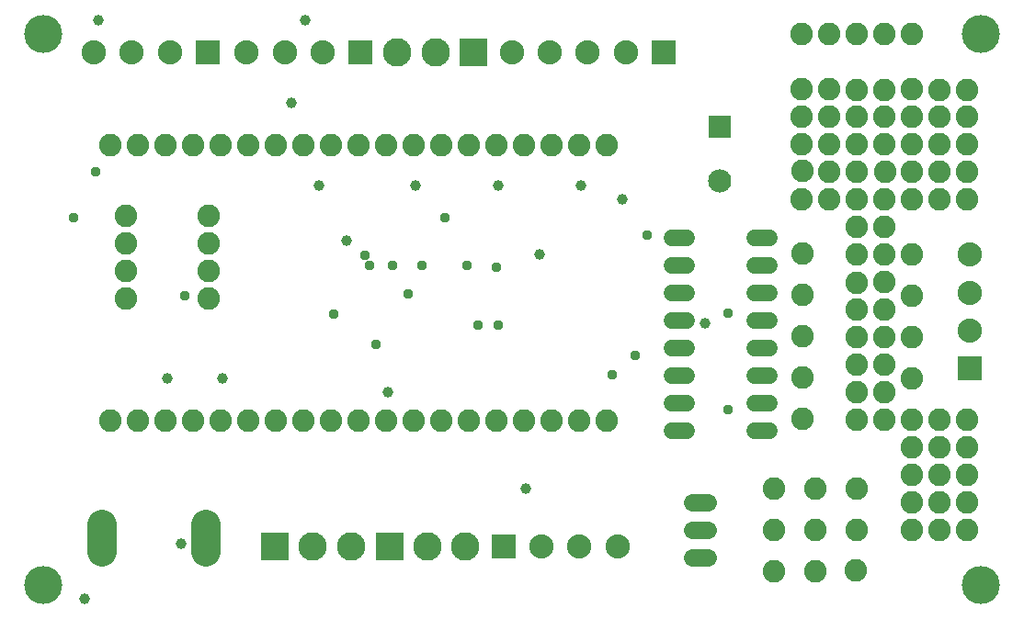
<source format=gbr>
G04 EAGLE Gerber RS-274X export*
G75*
%MOMM*%
%FSLAX34Y34*%
%LPD*%
%INSoldermask Bottom*%
%IPPOS*%
%AMOC8*
5,1,8,0,0,1.08239X$1,22.5*%
G01*
%ADD10C,2.082800*%
%ADD11R,2.235200X2.235200*%
%ADD12C,2.235200*%
%ADD13C,1.524000*%
%ADD14R,2.616200X2.616200*%
%ADD15C,2.616200*%
%ADD16C,3.505200*%
%ADD17C,1.625600*%
%ADD18C,2.133600*%
%ADD19R,2.133600X2.133600*%
%ADD20C,2.743200*%
%ADD21C,0.990600*%
%ADD22C,0.959600*%


D10*
X99732Y190076D03*
X125132Y190076D03*
X150532Y190076D03*
X175932Y190076D03*
X201332Y190076D03*
X226732Y190076D03*
X252132Y190076D03*
X277532Y190076D03*
X302932Y190076D03*
X328332Y190076D03*
X353732Y190076D03*
X379132Y190076D03*
X404532Y190076D03*
X429932Y190076D03*
X455332Y190076D03*
X480732Y190076D03*
X506132Y190076D03*
X531532Y190076D03*
X556932Y190076D03*
X556932Y444076D03*
X531532Y444076D03*
X506132Y444076D03*
X480732Y444076D03*
X455332Y444076D03*
X429932Y444076D03*
X404532Y444076D03*
X379132Y444076D03*
X353732Y444076D03*
X328332Y444076D03*
X302932Y444076D03*
X277532Y444076D03*
X252132Y444076D03*
X226732Y444076D03*
X201332Y444076D03*
X175932Y444076D03*
X150532Y444076D03*
X125132Y444076D03*
X99732Y444076D03*
D11*
X891240Y237740D03*
D12*
X891240Y272740D03*
X891240Y307740D03*
X891240Y342740D03*
D10*
X737514Y344132D03*
X787400Y444500D03*
X863600Y393700D03*
X812800Y444500D03*
X736600Y444500D03*
X787375Y316916D03*
X737222Y419862D03*
X737514Y229832D03*
X737514Y191732D03*
X737514Y306032D03*
X762000Y444500D03*
X838200Y419100D03*
X736600Y393700D03*
X889000Y419100D03*
X761543Y419291D03*
X863600Y469900D03*
X711200Y50800D03*
X711200Y88900D03*
X838200Y393700D03*
X838200Y444500D03*
X749300Y50800D03*
X749300Y88900D03*
X787184Y494957D03*
X812800Y342900D03*
X787400Y469900D03*
X889000Y393700D03*
X863740Y494221D03*
X838200Y469900D03*
X812800Y469900D03*
X838111Y495135D03*
X812825Y494957D03*
X863600Y444500D03*
X736600Y469900D03*
X762000Y469900D03*
X787400Y368300D03*
X787400Y342900D03*
X761721Y495643D03*
X813194Y418871D03*
X812800Y393700D03*
X812800Y368300D03*
X787400Y419100D03*
X889000Y469900D03*
X889000Y444500D03*
X736600Y495300D03*
X786587Y51422D03*
X787400Y88900D03*
X888848Y494944D03*
X863346Y419570D03*
X762000Y393700D03*
X787400Y393700D03*
X838200Y228600D03*
X838200Y266700D03*
X838200Y304800D03*
X838200Y342900D03*
D13*
X630506Y358071D02*
X617298Y358071D01*
X617298Y332671D02*
X630506Y332671D01*
X630506Y307271D02*
X617298Y307271D01*
X617298Y281871D02*
X630506Y281871D01*
X630506Y256471D02*
X617298Y256471D01*
X617298Y231071D02*
X630506Y231071D01*
X630506Y205671D02*
X617298Y205671D01*
X617298Y180271D02*
X630506Y180271D01*
X693498Y180271D02*
X706706Y180271D01*
X706706Y205671D02*
X693498Y205671D01*
X693498Y231071D02*
X706706Y231071D01*
X706706Y256471D02*
X693498Y256471D01*
X693498Y281871D02*
X706706Y281871D01*
X706706Y307271D02*
X693498Y307271D01*
X693498Y332671D02*
X706706Y332671D01*
X706706Y358071D02*
X693498Y358071D01*
D11*
X330397Y529231D03*
D12*
X295397Y529231D03*
X260397Y529231D03*
X225397Y529231D03*
D11*
X189537Y529231D03*
D12*
X154537Y529231D03*
X119537Y529231D03*
X84537Y529231D03*
D11*
X461707Y73381D03*
D12*
X496707Y73381D03*
X531707Y73381D03*
X566707Y73381D03*
D10*
X114300Y302260D03*
X190500Y302260D03*
X190500Y378460D03*
X114300Y378460D03*
X114300Y327660D03*
X190500Y327660D03*
X190500Y353060D03*
X114300Y353060D03*
X787400Y546100D03*
X736600Y546100D03*
X762000Y546100D03*
D14*
X434237Y529231D03*
D15*
X399237Y529231D03*
X364237Y529231D03*
D14*
X251307Y73381D03*
D15*
X286307Y73381D03*
X321307Y73381D03*
D11*
X609537Y529231D03*
D12*
X574537Y529231D03*
X539537Y529231D03*
X504537Y529231D03*
X469537Y529231D03*
D16*
X901700Y546100D03*
X38100Y546100D03*
X901700Y38100D03*
X38100Y38100D03*
D17*
X635508Y63500D02*
X649732Y63500D01*
X649732Y88900D02*
X635508Y88900D01*
X635508Y114300D02*
X649732Y114300D01*
D14*
X356707Y73381D03*
D15*
X391707Y73381D03*
X426707Y73381D03*
D18*
X660838Y410571D03*
D19*
X660838Y460571D03*
D10*
X711200Y127000D03*
X749300Y127000D03*
X787400Y127000D03*
X737514Y267932D03*
X812800Y546100D03*
X838200Y546100D03*
X787400Y292100D03*
X812800Y292100D03*
X787400Y266700D03*
X787400Y241300D03*
X812800Y241300D03*
X787400Y215900D03*
X812800Y266700D03*
X812800Y190500D03*
X787400Y190500D03*
X812800Y215900D03*
X838200Y190500D03*
X838200Y165100D03*
X863600Y190500D03*
X863600Y165100D03*
X889000Y190500D03*
X889000Y139700D03*
X889000Y165100D03*
X863600Y114300D03*
X838200Y114300D03*
X838200Y139700D03*
X863600Y139700D03*
X889000Y114300D03*
X889000Y88900D03*
X838200Y88900D03*
X863600Y88900D03*
X812800Y317500D03*
D20*
X92200Y94300D02*
X92200Y68900D01*
X187450Y68900D02*
X187450Y94300D01*
D21*
X292100Y406400D03*
X381000Y406400D03*
X457200Y406400D03*
X355600Y215900D03*
X533400Y406400D03*
X203200Y228600D03*
X152400Y228600D03*
X165100Y76200D03*
X76200Y25400D03*
X482600Y127000D03*
X317500Y355600D03*
X495300Y342900D03*
X571500Y393700D03*
X88900Y558800D03*
X279400Y558800D03*
X266700Y482600D03*
X647700Y279400D03*
D22*
X668909Y288735D03*
X668909Y200089D03*
X407480Y376809D03*
X457137Y277495D03*
X438150Y277495D03*
X167958Y305245D03*
X305245Y287719D03*
X582740Y249746D03*
X373888Y306705D03*
X344678Y259969D03*
X562293Y232220D03*
X594424Y360744D03*
X334455Y341757D03*
X65723Y376809D03*
X86170Y419164D03*
X338836Y332994D03*
X359283Y332994D03*
X387033Y332994D03*
X455676Y331534D03*
X427927Y332994D03*
M02*

</source>
